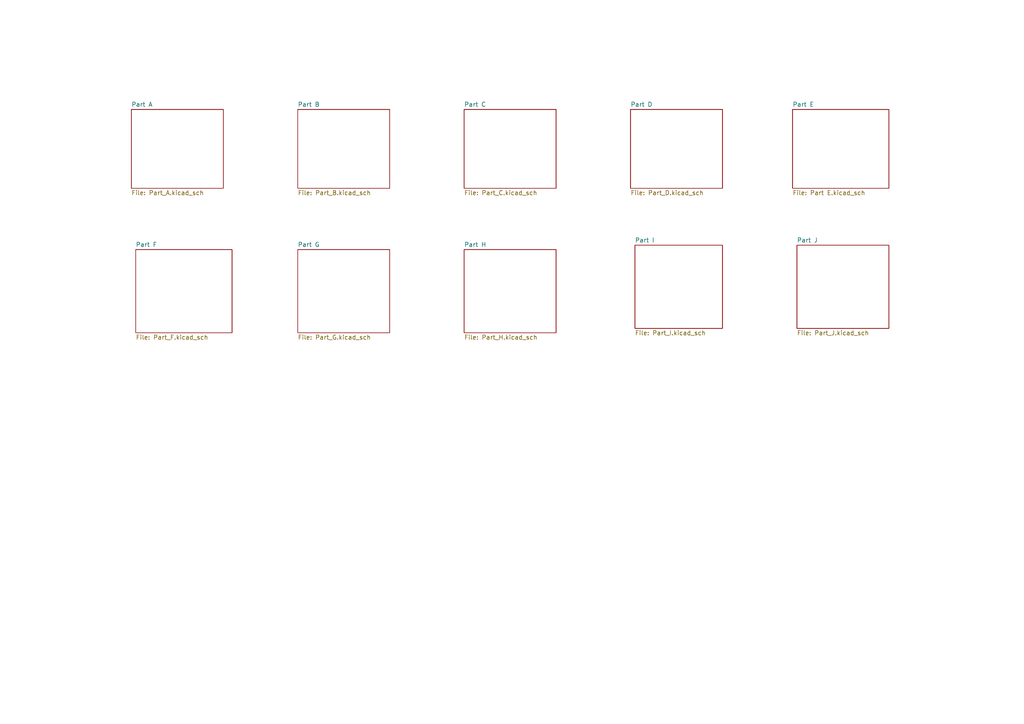
<source format=kicad_sch>
(kicad_sch
	(version 20250114)
	(generator "eeschema")
	(generator_version "9.0")
	(uuid "a9594fb3-c899-4920-9728-820593e37fc2")
	(paper "A4")
	(lib_symbols)
	(sheet
		(at 86.36 31.75)
		(size 26.67 22.86)
		(exclude_from_sim no)
		(in_bom yes)
		(on_board yes)
		(dnp no)
		(fields_autoplaced yes)
		(stroke
			(width 0.1524)
			(type solid)
		)
		(fill
			(color 0 0 0 0.0000)
		)
		(uuid "66e9b0e3-9360-474b-a684-b56ee1878fed")
		(property "Sheetname" "Part B"
			(at 86.36 31.0384 0)
			(effects
				(font
					(size 1.27 1.27)
				)
				(justify left bottom)
			)
		)
		(property "Sheetfile" "Part_B.kicad_sch"
			(at 86.36 55.1946 0)
			(effects
				(font
					(size 1.27 1.27)
				)
				(justify left top)
			)
		)
		(instances
			(project "Schematic"
				(path "/e489aebc-5c18-43ce-b37f-71b1d4c7067c/65ad64f0-96b7-42ef-9c59-729e545063c1"
					(page "5")
				)
			)
		)
	)
	(sheet
		(at 86.36 72.39)
		(size 26.67 24.13)
		(exclude_from_sim no)
		(in_bom yes)
		(on_board yes)
		(dnp no)
		(fields_autoplaced yes)
		(stroke
			(width 0.1524)
			(type solid)
		)
		(fill
			(color 0 0 0 0.0000)
		)
		(uuid "68dcb55e-6f3d-4cd9-990c-6b0778757544")
		(property "Sheetname" "Part G"
			(at 86.36 71.6784 0)
			(effects
				(font
					(size 1.27 1.27)
				)
				(justify left bottom)
			)
		)
		(property "Sheetfile" "Part_G.kicad_sch"
			(at 86.36 97.1046 0)
			(effects
				(font
					(size 1.27 1.27)
				)
				(justify left top)
			)
		)
		(instances
			(project "Schematic"
				(path "/e489aebc-5c18-43ce-b37f-71b1d4c7067c/65ad64f0-96b7-42ef-9c59-729e545063c1"
					(page "10")
				)
			)
		)
	)
	(sheet
		(at 184.15 71.12)
		(size 25.4 24.13)
		(exclude_from_sim no)
		(in_bom yes)
		(on_board yes)
		(dnp no)
		(fields_autoplaced yes)
		(stroke
			(width 0.1524)
			(type solid)
		)
		(fill
			(color 0 0 0 0.0000)
		)
		(uuid "6b7c644f-6849-4783-a2f6-7e0abd4a780b")
		(property "Sheetname" "Part I"
			(at 184.15 70.4084 0)
			(effects
				(font
					(size 1.27 1.27)
				)
				(justify left bottom)
			)
		)
		(property "Sheetfile" "Part_I.kicad_sch"
			(at 184.15 95.8346 0)
			(effects
				(font
					(size 1.27 1.27)
				)
				(justify left top)
			)
		)
		(instances
			(project "Schematic"
				(path "/e489aebc-5c18-43ce-b37f-71b1d4c7067c/65ad64f0-96b7-42ef-9c59-729e545063c1"
					(page "12")
				)
			)
		)
	)
	(sheet
		(at 231.14 71.12)
		(size 26.67 24.13)
		(exclude_from_sim no)
		(in_bom yes)
		(on_board yes)
		(dnp no)
		(fields_autoplaced yes)
		(stroke
			(width 0.1524)
			(type solid)
		)
		(fill
			(color 0 0 0 0.0000)
		)
		(uuid "90c189a4-e29f-421f-8773-d4d59fe92239")
		(property "Sheetname" "Part J"
			(at 231.14 70.4084 0)
			(effects
				(font
					(size 1.27 1.27)
				)
				(justify left bottom)
			)
		)
		(property "Sheetfile" "Part_J.kicad_sch"
			(at 231.14 95.8346 0)
			(effects
				(font
					(size 1.27 1.27)
				)
				(justify left top)
			)
		)
		(instances
			(project "Schematic"
				(path "/e489aebc-5c18-43ce-b37f-71b1d4c7067c/65ad64f0-96b7-42ef-9c59-729e545063c1"
					(page "13")
				)
			)
		)
	)
	(sheet
		(at 182.88 31.75)
		(size 26.67 22.86)
		(exclude_from_sim no)
		(in_bom yes)
		(on_board yes)
		(dnp no)
		(fields_autoplaced yes)
		(stroke
			(width 0.1524)
			(type solid)
		)
		(fill
			(color 0 0 0 0.0000)
		)
		(uuid "ad9bc108-b26f-4bab-9270-35cf9349e287")
		(property "Sheetname" "Part D"
			(at 182.88 31.0384 0)
			(effects
				(font
					(size 1.27 1.27)
				)
				(justify left bottom)
			)
		)
		(property "Sheetfile" "Part_D.kicad_sch"
			(at 182.88 55.1946 0)
			(effects
				(font
					(size 1.27 1.27)
				)
				(justify left top)
			)
		)
		(instances
			(project "Schematic"
				(path "/e489aebc-5c18-43ce-b37f-71b1d4c7067c/65ad64f0-96b7-42ef-9c59-729e545063c1"
					(page "7")
				)
			)
		)
	)
	(sheet
		(at 134.62 72.39)
		(size 26.67 24.13)
		(exclude_from_sim no)
		(in_bom yes)
		(on_board yes)
		(dnp no)
		(fields_autoplaced yes)
		(stroke
			(width 0.1524)
			(type solid)
		)
		(fill
			(color 0 0 0 0.0000)
		)
		(uuid "c3ea60d4-dfa3-4b04-a106-775222c1bc17")
		(property "Sheetname" "Part H"
			(at 134.62 71.6784 0)
			(effects
				(font
					(size 1.27 1.27)
				)
				(justify left bottom)
			)
		)
		(property "Sheetfile" "Part_H.kicad_sch"
			(at 134.62 97.1046 0)
			(effects
				(font
					(size 1.27 1.27)
				)
				(justify left top)
			)
		)
		(instances
			(project "Schematic"
				(path "/e489aebc-5c18-43ce-b37f-71b1d4c7067c/65ad64f0-96b7-42ef-9c59-729e545063c1"
					(page "11")
				)
			)
		)
	)
	(sheet
		(at 39.37 72.39)
		(size 27.94 24.13)
		(exclude_from_sim no)
		(in_bom yes)
		(on_board yes)
		(dnp no)
		(fields_autoplaced yes)
		(stroke
			(width 0.1524)
			(type solid)
		)
		(fill
			(color 0 0 0 0.0000)
		)
		(uuid "cf2e0b65-7a38-4a47-a1eb-bbfe2e39d4af")
		(property "Sheetname" "Part F"
			(at 39.37 71.6784 0)
			(effects
				(font
					(size 1.27 1.27)
				)
				(justify left bottom)
			)
		)
		(property "Sheetfile" "Part_F.kicad_sch"
			(at 39.37 97.1046 0)
			(effects
				(font
					(size 1.27 1.27)
				)
				(justify left top)
			)
		)
		(instances
			(project "Schematic"
				(path "/e489aebc-5c18-43ce-b37f-71b1d4c7067c/65ad64f0-96b7-42ef-9c59-729e545063c1"
					(page "9")
				)
			)
		)
	)
	(sheet
		(at 134.62 31.75)
		(size 26.67 22.86)
		(exclude_from_sim no)
		(in_bom yes)
		(on_board yes)
		(dnp no)
		(fields_autoplaced yes)
		(stroke
			(width 0.1524)
			(type solid)
		)
		(fill
			(color 0 0 0 0.0000)
		)
		(uuid "d7301de5-ec3a-4ff4-9c61-2722817be67b")
		(property "Sheetname" "Part C"
			(at 134.62 31.0384 0)
			(effects
				(font
					(size 1.27 1.27)
				)
				(justify left bottom)
			)
		)
		(property "Sheetfile" "Part_C.kicad_sch"
			(at 134.62 55.1946 0)
			(effects
				(font
					(size 1.27 1.27)
				)
				(justify left top)
			)
		)
		(instances
			(project "Schematic"
				(path "/e489aebc-5c18-43ce-b37f-71b1d4c7067c/65ad64f0-96b7-42ef-9c59-729e545063c1"
					(page "6")
				)
			)
		)
	)
	(sheet
		(at 38.1 31.75)
		(size 26.67 22.86)
		(exclude_from_sim no)
		(in_bom yes)
		(on_board yes)
		(dnp no)
		(fields_autoplaced yes)
		(stroke
			(width 0.1524)
			(type solid)
		)
		(fill
			(color 0 0 0 0.0000)
		)
		(uuid "e7cfeef6-53fb-4025-8445-238bf186496b")
		(property "Sheetname" "Part A"
			(at 38.1 31.0384 0)
			(effects
				(font
					(size 1.27 1.27)
				)
				(justify left bottom)
			)
		)
		(property "Sheetfile" "Part_A.kicad_sch"
			(at 38.1 55.1946 0)
			(effects
				(font
					(size 1.27 1.27)
				)
				(justify left top)
			)
		)
		(instances
			(project "Schematic"
				(path "/e489aebc-5c18-43ce-b37f-71b1d4c7067c/65ad64f0-96b7-42ef-9c59-729e545063c1"
					(page "4")
				)
			)
		)
	)
	(sheet
		(at 229.87 31.75)
		(size 27.94 22.86)
		(exclude_from_sim no)
		(in_bom yes)
		(on_board yes)
		(dnp no)
		(fields_autoplaced yes)
		(stroke
			(width 0.1524)
			(type solid)
		)
		(fill
			(color 0 0 0 0.0000)
		)
		(uuid "e9111c96-904f-4cab-b277-32c6a8c49922")
		(property "Sheetname" "Part E"
			(at 229.87 31.0384 0)
			(effects
				(font
					(size 1.27 1.27)
				)
				(justify left bottom)
			)
		)
		(property "Sheetfile" "Part E.kicad_sch"
			(at 229.87 55.1946 0)
			(effects
				(font
					(size 1.27 1.27)
				)
				(justify left top)
			)
		)
		(instances
			(project "Schematic"
				(path "/e489aebc-5c18-43ce-b37f-71b1d4c7067c/65ad64f0-96b7-42ef-9c59-729e545063c1"
					(page "8")
				)
			)
		)
	)
)

</source>
